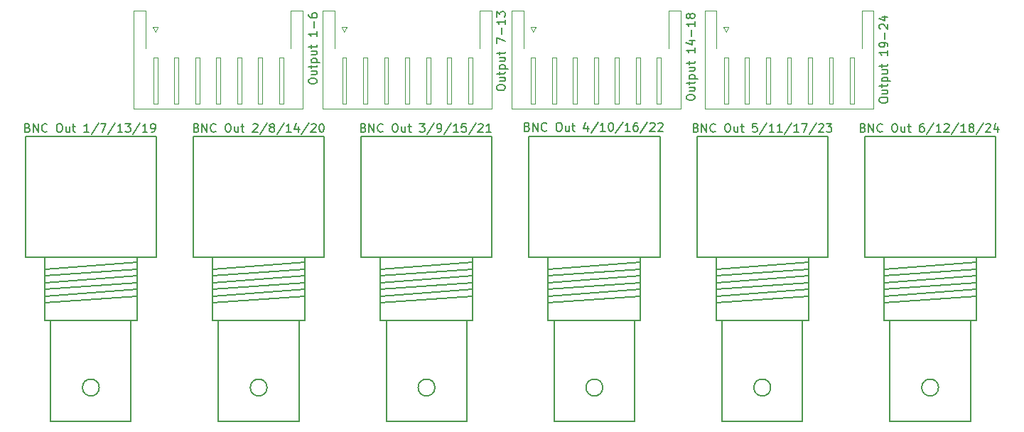
<source format=gbr>
%TF.GenerationSoftware,KiCad,Pcbnew,7.0.8*%
%TF.CreationDate,2024-02-11T23:31:29+01:00*%
%TF.ProjectId,BlankingRelay_Top1,426c616e-6b69-46e6-9752-656c61795f54,rev?*%
%TF.SameCoordinates,Original*%
%TF.FileFunction,Legend,Top*%
%TF.FilePolarity,Positive*%
%FSLAX46Y46*%
G04 Gerber Fmt 4.6, Leading zero omitted, Abs format (unit mm)*
G04 Created by KiCad (PCBNEW 7.0.8) date 2024-02-11 23:31:29*
%MOMM*%
%LPD*%
G01*
G04 APERTURE LIST*
%ADD10C,0.150000*%
%ADD11C,0.120000*%
G04 APERTURE END LIST*
D10*
X153754819Y-66228571D02*
X153754819Y-66038095D01*
X153754819Y-66038095D02*
X153802438Y-65942857D01*
X153802438Y-65942857D02*
X153897676Y-65847619D01*
X153897676Y-65847619D02*
X154088152Y-65800000D01*
X154088152Y-65800000D02*
X154421485Y-65800000D01*
X154421485Y-65800000D02*
X154611961Y-65847619D01*
X154611961Y-65847619D02*
X154707200Y-65942857D01*
X154707200Y-65942857D02*
X154754819Y-66038095D01*
X154754819Y-66038095D02*
X154754819Y-66228571D01*
X154754819Y-66228571D02*
X154707200Y-66323809D01*
X154707200Y-66323809D02*
X154611961Y-66419047D01*
X154611961Y-66419047D02*
X154421485Y-66466666D01*
X154421485Y-66466666D02*
X154088152Y-66466666D01*
X154088152Y-66466666D02*
X153897676Y-66419047D01*
X153897676Y-66419047D02*
X153802438Y-66323809D01*
X153802438Y-66323809D02*
X153754819Y-66228571D01*
X154088152Y-64942857D02*
X154754819Y-64942857D01*
X154088152Y-65371428D02*
X154611961Y-65371428D01*
X154611961Y-65371428D02*
X154707200Y-65323809D01*
X154707200Y-65323809D02*
X154754819Y-65228571D01*
X154754819Y-65228571D02*
X154754819Y-65085714D01*
X154754819Y-65085714D02*
X154707200Y-64990476D01*
X154707200Y-64990476D02*
X154659580Y-64942857D01*
X154088152Y-64609523D02*
X154088152Y-64228571D01*
X153754819Y-64466666D02*
X154611961Y-64466666D01*
X154611961Y-64466666D02*
X154707200Y-64419047D01*
X154707200Y-64419047D02*
X154754819Y-64323809D01*
X154754819Y-64323809D02*
X154754819Y-64228571D01*
X154088152Y-63895237D02*
X155088152Y-63895237D01*
X154135771Y-63895237D02*
X154088152Y-63799999D01*
X154088152Y-63799999D02*
X154088152Y-63609523D01*
X154088152Y-63609523D02*
X154135771Y-63514285D01*
X154135771Y-63514285D02*
X154183390Y-63466666D01*
X154183390Y-63466666D02*
X154278628Y-63419047D01*
X154278628Y-63419047D02*
X154564342Y-63419047D01*
X154564342Y-63419047D02*
X154659580Y-63466666D01*
X154659580Y-63466666D02*
X154707200Y-63514285D01*
X154707200Y-63514285D02*
X154754819Y-63609523D01*
X154754819Y-63609523D02*
X154754819Y-63799999D01*
X154754819Y-63799999D02*
X154707200Y-63895237D01*
X154088152Y-62561904D02*
X154754819Y-62561904D01*
X154088152Y-62990475D02*
X154611961Y-62990475D01*
X154611961Y-62990475D02*
X154707200Y-62942856D01*
X154707200Y-62942856D02*
X154754819Y-62847618D01*
X154754819Y-62847618D02*
X154754819Y-62704761D01*
X154754819Y-62704761D02*
X154707200Y-62609523D01*
X154707200Y-62609523D02*
X154659580Y-62561904D01*
X154088152Y-62228570D02*
X154088152Y-61847618D01*
X153754819Y-62085713D02*
X154611961Y-62085713D01*
X154611961Y-62085713D02*
X154707200Y-62038094D01*
X154707200Y-62038094D02*
X154754819Y-61942856D01*
X154754819Y-61942856D02*
X154754819Y-61847618D01*
X154754819Y-60228570D02*
X154754819Y-60799998D01*
X154754819Y-60514284D02*
X153754819Y-60514284D01*
X153754819Y-60514284D02*
X153897676Y-60609522D01*
X153897676Y-60609522D02*
X153992914Y-60704760D01*
X153992914Y-60704760D02*
X154040533Y-60799998D01*
X154754819Y-59752379D02*
X154754819Y-59561903D01*
X154754819Y-59561903D02*
X154707200Y-59466665D01*
X154707200Y-59466665D02*
X154659580Y-59419046D01*
X154659580Y-59419046D02*
X154516723Y-59323808D01*
X154516723Y-59323808D02*
X154326247Y-59276189D01*
X154326247Y-59276189D02*
X153945295Y-59276189D01*
X153945295Y-59276189D02*
X153850057Y-59323808D01*
X153850057Y-59323808D02*
X153802438Y-59371427D01*
X153802438Y-59371427D02*
X153754819Y-59466665D01*
X153754819Y-59466665D02*
X153754819Y-59657141D01*
X153754819Y-59657141D02*
X153802438Y-59752379D01*
X153802438Y-59752379D02*
X153850057Y-59799998D01*
X153850057Y-59799998D02*
X153945295Y-59847617D01*
X153945295Y-59847617D02*
X154183390Y-59847617D01*
X154183390Y-59847617D02*
X154278628Y-59799998D01*
X154278628Y-59799998D02*
X154326247Y-59752379D01*
X154326247Y-59752379D02*
X154373866Y-59657141D01*
X154373866Y-59657141D02*
X154373866Y-59466665D01*
X154373866Y-59466665D02*
X154326247Y-59371427D01*
X154326247Y-59371427D02*
X154278628Y-59323808D01*
X154278628Y-59323808D02*
X154183390Y-59276189D01*
X154373866Y-58847617D02*
X154373866Y-58085713D01*
X153850057Y-57657141D02*
X153802438Y-57609522D01*
X153802438Y-57609522D02*
X153754819Y-57514284D01*
X153754819Y-57514284D02*
X153754819Y-57276189D01*
X153754819Y-57276189D02*
X153802438Y-57180951D01*
X153802438Y-57180951D02*
X153850057Y-57133332D01*
X153850057Y-57133332D02*
X153945295Y-57085713D01*
X153945295Y-57085713D02*
X154040533Y-57085713D01*
X154040533Y-57085713D02*
X154183390Y-57133332D01*
X154183390Y-57133332D02*
X154754819Y-57704760D01*
X154754819Y-57704760D02*
X154754819Y-57085713D01*
X154088152Y-56228570D02*
X154754819Y-56228570D01*
X153707200Y-56466665D02*
X154421485Y-56704760D01*
X154421485Y-56704760D02*
X154421485Y-56085713D01*
X130754819Y-65928571D02*
X130754819Y-65738095D01*
X130754819Y-65738095D02*
X130802438Y-65642857D01*
X130802438Y-65642857D02*
X130897676Y-65547619D01*
X130897676Y-65547619D02*
X131088152Y-65500000D01*
X131088152Y-65500000D02*
X131421485Y-65500000D01*
X131421485Y-65500000D02*
X131611961Y-65547619D01*
X131611961Y-65547619D02*
X131707200Y-65642857D01*
X131707200Y-65642857D02*
X131754819Y-65738095D01*
X131754819Y-65738095D02*
X131754819Y-65928571D01*
X131754819Y-65928571D02*
X131707200Y-66023809D01*
X131707200Y-66023809D02*
X131611961Y-66119047D01*
X131611961Y-66119047D02*
X131421485Y-66166666D01*
X131421485Y-66166666D02*
X131088152Y-66166666D01*
X131088152Y-66166666D02*
X130897676Y-66119047D01*
X130897676Y-66119047D02*
X130802438Y-66023809D01*
X130802438Y-66023809D02*
X130754819Y-65928571D01*
X131088152Y-64642857D02*
X131754819Y-64642857D01*
X131088152Y-65071428D02*
X131611961Y-65071428D01*
X131611961Y-65071428D02*
X131707200Y-65023809D01*
X131707200Y-65023809D02*
X131754819Y-64928571D01*
X131754819Y-64928571D02*
X131754819Y-64785714D01*
X131754819Y-64785714D02*
X131707200Y-64690476D01*
X131707200Y-64690476D02*
X131659580Y-64642857D01*
X131088152Y-64309523D02*
X131088152Y-63928571D01*
X130754819Y-64166666D02*
X131611961Y-64166666D01*
X131611961Y-64166666D02*
X131707200Y-64119047D01*
X131707200Y-64119047D02*
X131754819Y-64023809D01*
X131754819Y-64023809D02*
X131754819Y-63928571D01*
X131088152Y-63595237D02*
X132088152Y-63595237D01*
X131135771Y-63595237D02*
X131088152Y-63499999D01*
X131088152Y-63499999D02*
X131088152Y-63309523D01*
X131088152Y-63309523D02*
X131135771Y-63214285D01*
X131135771Y-63214285D02*
X131183390Y-63166666D01*
X131183390Y-63166666D02*
X131278628Y-63119047D01*
X131278628Y-63119047D02*
X131564342Y-63119047D01*
X131564342Y-63119047D02*
X131659580Y-63166666D01*
X131659580Y-63166666D02*
X131707200Y-63214285D01*
X131707200Y-63214285D02*
X131754819Y-63309523D01*
X131754819Y-63309523D02*
X131754819Y-63499999D01*
X131754819Y-63499999D02*
X131707200Y-63595237D01*
X131088152Y-62261904D02*
X131754819Y-62261904D01*
X131088152Y-62690475D02*
X131611961Y-62690475D01*
X131611961Y-62690475D02*
X131707200Y-62642856D01*
X131707200Y-62642856D02*
X131754819Y-62547618D01*
X131754819Y-62547618D02*
X131754819Y-62404761D01*
X131754819Y-62404761D02*
X131707200Y-62309523D01*
X131707200Y-62309523D02*
X131659580Y-62261904D01*
X131088152Y-61928570D02*
X131088152Y-61547618D01*
X130754819Y-61785713D02*
X131611961Y-61785713D01*
X131611961Y-61785713D02*
X131707200Y-61738094D01*
X131707200Y-61738094D02*
X131754819Y-61642856D01*
X131754819Y-61642856D02*
X131754819Y-61547618D01*
X131754819Y-59928570D02*
X131754819Y-60499998D01*
X131754819Y-60214284D02*
X130754819Y-60214284D01*
X130754819Y-60214284D02*
X130897676Y-60309522D01*
X130897676Y-60309522D02*
X130992914Y-60404760D01*
X130992914Y-60404760D02*
X131040533Y-60499998D01*
X131088152Y-59071427D02*
X131754819Y-59071427D01*
X130707200Y-59309522D02*
X131421485Y-59547617D01*
X131421485Y-59547617D02*
X131421485Y-58928570D01*
X131373866Y-58547617D02*
X131373866Y-57785713D01*
X131754819Y-56785713D02*
X131754819Y-57357141D01*
X131754819Y-57071427D02*
X130754819Y-57071427D01*
X130754819Y-57071427D02*
X130897676Y-57166665D01*
X130897676Y-57166665D02*
X130992914Y-57261903D01*
X130992914Y-57261903D02*
X131040533Y-57357141D01*
X131183390Y-56214284D02*
X131135771Y-56309522D01*
X131135771Y-56309522D02*
X131088152Y-56357141D01*
X131088152Y-56357141D02*
X130992914Y-56404760D01*
X130992914Y-56404760D02*
X130945295Y-56404760D01*
X130945295Y-56404760D02*
X130850057Y-56357141D01*
X130850057Y-56357141D02*
X130802438Y-56309522D01*
X130802438Y-56309522D02*
X130754819Y-56214284D01*
X130754819Y-56214284D02*
X130754819Y-56023808D01*
X130754819Y-56023808D02*
X130802438Y-55928570D01*
X130802438Y-55928570D02*
X130850057Y-55880951D01*
X130850057Y-55880951D02*
X130945295Y-55833332D01*
X130945295Y-55833332D02*
X130992914Y-55833332D01*
X130992914Y-55833332D02*
X131088152Y-55880951D01*
X131088152Y-55880951D02*
X131135771Y-55928570D01*
X131135771Y-55928570D02*
X131183390Y-56023808D01*
X131183390Y-56023808D02*
X131183390Y-56214284D01*
X131183390Y-56214284D02*
X131231009Y-56309522D01*
X131231009Y-56309522D02*
X131278628Y-56357141D01*
X131278628Y-56357141D02*
X131373866Y-56404760D01*
X131373866Y-56404760D02*
X131564342Y-56404760D01*
X131564342Y-56404760D02*
X131659580Y-56357141D01*
X131659580Y-56357141D02*
X131707200Y-56309522D01*
X131707200Y-56309522D02*
X131754819Y-56214284D01*
X131754819Y-56214284D02*
X131754819Y-56023808D01*
X131754819Y-56023808D02*
X131707200Y-55928570D01*
X131707200Y-55928570D02*
X131659580Y-55880951D01*
X131659580Y-55880951D02*
X131564342Y-55833332D01*
X131564342Y-55833332D02*
X131373866Y-55833332D01*
X131373866Y-55833332D02*
X131278628Y-55880951D01*
X131278628Y-55880951D02*
X131231009Y-55928570D01*
X131231009Y-55928570D02*
X131183390Y-56023808D01*
X108154819Y-64752381D02*
X108154819Y-64561905D01*
X108154819Y-64561905D02*
X108202438Y-64466667D01*
X108202438Y-64466667D02*
X108297676Y-64371429D01*
X108297676Y-64371429D02*
X108488152Y-64323810D01*
X108488152Y-64323810D02*
X108821485Y-64323810D01*
X108821485Y-64323810D02*
X109011961Y-64371429D01*
X109011961Y-64371429D02*
X109107200Y-64466667D01*
X109107200Y-64466667D02*
X109154819Y-64561905D01*
X109154819Y-64561905D02*
X109154819Y-64752381D01*
X109154819Y-64752381D02*
X109107200Y-64847619D01*
X109107200Y-64847619D02*
X109011961Y-64942857D01*
X109011961Y-64942857D02*
X108821485Y-64990476D01*
X108821485Y-64990476D02*
X108488152Y-64990476D01*
X108488152Y-64990476D02*
X108297676Y-64942857D01*
X108297676Y-64942857D02*
X108202438Y-64847619D01*
X108202438Y-64847619D02*
X108154819Y-64752381D01*
X108488152Y-63466667D02*
X109154819Y-63466667D01*
X108488152Y-63895238D02*
X109011961Y-63895238D01*
X109011961Y-63895238D02*
X109107200Y-63847619D01*
X109107200Y-63847619D02*
X109154819Y-63752381D01*
X109154819Y-63752381D02*
X109154819Y-63609524D01*
X109154819Y-63609524D02*
X109107200Y-63514286D01*
X109107200Y-63514286D02*
X109059580Y-63466667D01*
X108488152Y-63133333D02*
X108488152Y-62752381D01*
X108154819Y-62990476D02*
X109011961Y-62990476D01*
X109011961Y-62990476D02*
X109107200Y-62942857D01*
X109107200Y-62942857D02*
X109154819Y-62847619D01*
X109154819Y-62847619D02*
X109154819Y-62752381D01*
X108488152Y-62419047D02*
X109488152Y-62419047D01*
X108535771Y-62419047D02*
X108488152Y-62323809D01*
X108488152Y-62323809D02*
X108488152Y-62133333D01*
X108488152Y-62133333D02*
X108535771Y-62038095D01*
X108535771Y-62038095D02*
X108583390Y-61990476D01*
X108583390Y-61990476D02*
X108678628Y-61942857D01*
X108678628Y-61942857D02*
X108964342Y-61942857D01*
X108964342Y-61942857D02*
X109059580Y-61990476D01*
X109059580Y-61990476D02*
X109107200Y-62038095D01*
X109107200Y-62038095D02*
X109154819Y-62133333D01*
X109154819Y-62133333D02*
X109154819Y-62323809D01*
X109154819Y-62323809D02*
X109107200Y-62419047D01*
X108488152Y-61085714D02*
X109154819Y-61085714D01*
X108488152Y-61514285D02*
X109011961Y-61514285D01*
X109011961Y-61514285D02*
X109107200Y-61466666D01*
X109107200Y-61466666D02*
X109154819Y-61371428D01*
X109154819Y-61371428D02*
X109154819Y-61228571D01*
X109154819Y-61228571D02*
X109107200Y-61133333D01*
X109107200Y-61133333D02*
X109059580Y-61085714D01*
X108488152Y-60752380D02*
X108488152Y-60371428D01*
X108154819Y-60609523D02*
X109011961Y-60609523D01*
X109011961Y-60609523D02*
X109107200Y-60561904D01*
X109107200Y-60561904D02*
X109154819Y-60466666D01*
X109154819Y-60466666D02*
X109154819Y-60371428D01*
X108154819Y-59371427D02*
X108154819Y-58704761D01*
X108154819Y-58704761D02*
X109154819Y-59133332D01*
X108773866Y-58323808D02*
X108773866Y-57561904D01*
X109154819Y-56561904D02*
X109154819Y-57133332D01*
X109154819Y-56847618D02*
X108154819Y-56847618D01*
X108154819Y-56847618D02*
X108297676Y-56942856D01*
X108297676Y-56942856D02*
X108392914Y-57038094D01*
X108392914Y-57038094D02*
X108440533Y-57133332D01*
X108154819Y-56228570D02*
X108154819Y-55609523D01*
X108154819Y-55609523D02*
X108535771Y-55942856D01*
X108535771Y-55942856D02*
X108535771Y-55799999D01*
X108535771Y-55799999D02*
X108583390Y-55704761D01*
X108583390Y-55704761D02*
X108631009Y-55657142D01*
X108631009Y-55657142D02*
X108726247Y-55609523D01*
X108726247Y-55609523D02*
X108964342Y-55609523D01*
X108964342Y-55609523D02*
X109059580Y-55657142D01*
X109059580Y-55657142D02*
X109107200Y-55704761D01*
X109107200Y-55704761D02*
X109154819Y-55799999D01*
X109154819Y-55799999D02*
X109154819Y-56085713D01*
X109154819Y-56085713D02*
X109107200Y-56180951D01*
X109107200Y-56180951D02*
X109059580Y-56228570D01*
X85754819Y-63976190D02*
X85754819Y-63785714D01*
X85754819Y-63785714D02*
X85802438Y-63690476D01*
X85802438Y-63690476D02*
X85897676Y-63595238D01*
X85897676Y-63595238D02*
X86088152Y-63547619D01*
X86088152Y-63547619D02*
X86421485Y-63547619D01*
X86421485Y-63547619D02*
X86611961Y-63595238D01*
X86611961Y-63595238D02*
X86707200Y-63690476D01*
X86707200Y-63690476D02*
X86754819Y-63785714D01*
X86754819Y-63785714D02*
X86754819Y-63976190D01*
X86754819Y-63976190D02*
X86707200Y-64071428D01*
X86707200Y-64071428D02*
X86611961Y-64166666D01*
X86611961Y-64166666D02*
X86421485Y-64214285D01*
X86421485Y-64214285D02*
X86088152Y-64214285D01*
X86088152Y-64214285D02*
X85897676Y-64166666D01*
X85897676Y-64166666D02*
X85802438Y-64071428D01*
X85802438Y-64071428D02*
X85754819Y-63976190D01*
X86088152Y-62690476D02*
X86754819Y-62690476D01*
X86088152Y-63119047D02*
X86611961Y-63119047D01*
X86611961Y-63119047D02*
X86707200Y-63071428D01*
X86707200Y-63071428D02*
X86754819Y-62976190D01*
X86754819Y-62976190D02*
X86754819Y-62833333D01*
X86754819Y-62833333D02*
X86707200Y-62738095D01*
X86707200Y-62738095D02*
X86659580Y-62690476D01*
X86088152Y-62357142D02*
X86088152Y-61976190D01*
X85754819Y-62214285D02*
X86611961Y-62214285D01*
X86611961Y-62214285D02*
X86707200Y-62166666D01*
X86707200Y-62166666D02*
X86754819Y-62071428D01*
X86754819Y-62071428D02*
X86754819Y-61976190D01*
X86088152Y-61642856D02*
X87088152Y-61642856D01*
X86135771Y-61642856D02*
X86088152Y-61547618D01*
X86088152Y-61547618D02*
X86088152Y-61357142D01*
X86088152Y-61357142D02*
X86135771Y-61261904D01*
X86135771Y-61261904D02*
X86183390Y-61214285D01*
X86183390Y-61214285D02*
X86278628Y-61166666D01*
X86278628Y-61166666D02*
X86564342Y-61166666D01*
X86564342Y-61166666D02*
X86659580Y-61214285D01*
X86659580Y-61214285D02*
X86707200Y-61261904D01*
X86707200Y-61261904D02*
X86754819Y-61357142D01*
X86754819Y-61357142D02*
X86754819Y-61547618D01*
X86754819Y-61547618D02*
X86707200Y-61642856D01*
X86088152Y-60309523D02*
X86754819Y-60309523D01*
X86088152Y-60738094D02*
X86611961Y-60738094D01*
X86611961Y-60738094D02*
X86707200Y-60690475D01*
X86707200Y-60690475D02*
X86754819Y-60595237D01*
X86754819Y-60595237D02*
X86754819Y-60452380D01*
X86754819Y-60452380D02*
X86707200Y-60357142D01*
X86707200Y-60357142D02*
X86659580Y-60309523D01*
X86088152Y-59976189D02*
X86088152Y-59595237D01*
X85754819Y-59833332D02*
X86611961Y-59833332D01*
X86611961Y-59833332D02*
X86707200Y-59785713D01*
X86707200Y-59785713D02*
X86754819Y-59690475D01*
X86754819Y-59690475D02*
X86754819Y-59595237D01*
X86754819Y-57976189D02*
X86754819Y-58547617D01*
X86754819Y-58261903D02*
X85754819Y-58261903D01*
X85754819Y-58261903D02*
X85897676Y-58357141D01*
X85897676Y-58357141D02*
X85992914Y-58452379D01*
X85992914Y-58452379D02*
X86040533Y-58547617D01*
X86373866Y-57547617D02*
X86373866Y-56785713D01*
X85754819Y-55880951D02*
X85754819Y-56071427D01*
X85754819Y-56071427D02*
X85802438Y-56166665D01*
X85802438Y-56166665D02*
X85850057Y-56214284D01*
X85850057Y-56214284D02*
X85992914Y-56309522D01*
X85992914Y-56309522D02*
X86183390Y-56357141D01*
X86183390Y-56357141D02*
X86564342Y-56357141D01*
X86564342Y-56357141D02*
X86659580Y-56309522D01*
X86659580Y-56309522D02*
X86707200Y-56261903D01*
X86707200Y-56261903D02*
X86754819Y-56166665D01*
X86754819Y-56166665D02*
X86754819Y-55976189D01*
X86754819Y-55976189D02*
X86707200Y-55880951D01*
X86707200Y-55880951D02*
X86659580Y-55833332D01*
X86659580Y-55833332D02*
X86564342Y-55785713D01*
X86564342Y-55785713D02*
X86326247Y-55785713D01*
X86326247Y-55785713D02*
X86231009Y-55833332D01*
X86231009Y-55833332D02*
X86183390Y-55880951D01*
X86183390Y-55880951D02*
X86135771Y-55976189D01*
X86135771Y-55976189D02*
X86135771Y-56166665D01*
X86135771Y-56166665D02*
X86183390Y-56261903D01*
X86183390Y-56261903D02*
X86231009Y-56309522D01*
X86231009Y-56309522D02*
X86326247Y-56357141D01*
X131919047Y-69431009D02*
X132061904Y-69478628D01*
X132061904Y-69478628D02*
X132109523Y-69526247D01*
X132109523Y-69526247D02*
X132157142Y-69621485D01*
X132157142Y-69621485D02*
X132157142Y-69764342D01*
X132157142Y-69764342D02*
X132109523Y-69859580D01*
X132109523Y-69859580D02*
X132061904Y-69907200D01*
X132061904Y-69907200D02*
X131966666Y-69954819D01*
X131966666Y-69954819D02*
X131585714Y-69954819D01*
X131585714Y-69954819D02*
X131585714Y-68954819D01*
X131585714Y-68954819D02*
X131919047Y-68954819D01*
X131919047Y-68954819D02*
X132014285Y-69002438D01*
X132014285Y-69002438D02*
X132061904Y-69050057D01*
X132061904Y-69050057D02*
X132109523Y-69145295D01*
X132109523Y-69145295D02*
X132109523Y-69240533D01*
X132109523Y-69240533D02*
X132061904Y-69335771D01*
X132061904Y-69335771D02*
X132014285Y-69383390D01*
X132014285Y-69383390D02*
X131919047Y-69431009D01*
X131919047Y-69431009D02*
X131585714Y-69431009D01*
X132585714Y-69954819D02*
X132585714Y-68954819D01*
X132585714Y-68954819D02*
X133157142Y-69954819D01*
X133157142Y-69954819D02*
X133157142Y-68954819D01*
X134204761Y-69859580D02*
X134157142Y-69907200D01*
X134157142Y-69907200D02*
X134014285Y-69954819D01*
X134014285Y-69954819D02*
X133919047Y-69954819D01*
X133919047Y-69954819D02*
X133776190Y-69907200D01*
X133776190Y-69907200D02*
X133680952Y-69811961D01*
X133680952Y-69811961D02*
X133633333Y-69716723D01*
X133633333Y-69716723D02*
X133585714Y-69526247D01*
X133585714Y-69526247D02*
X133585714Y-69383390D01*
X133585714Y-69383390D02*
X133633333Y-69192914D01*
X133633333Y-69192914D02*
X133680952Y-69097676D01*
X133680952Y-69097676D02*
X133776190Y-69002438D01*
X133776190Y-69002438D02*
X133919047Y-68954819D01*
X133919047Y-68954819D02*
X134014285Y-68954819D01*
X134014285Y-68954819D02*
X134157142Y-69002438D01*
X134157142Y-69002438D02*
X134204761Y-69050057D01*
X135585714Y-68954819D02*
X135776190Y-68954819D01*
X135776190Y-68954819D02*
X135871428Y-69002438D01*
X135871428Y-69002438D02*
X135966666Y-69097676D01*
X135966666Y-69097676D02*
X136014285Y-69288152D01*
X136014285Y-69288152D02*
X136014285Y-69621485D01*
X136014285Y-69621485D02*
X135966666Y-69811961D01*
X135966666Y-69811961D02*
X135871428Y-69907200D01*
X135871428Y-69907200D02*
X135776190Y-69954819D01*
X135776190Y-69954819D02*
X135585714Y-69954819D01*
X135585714Y-69954819D02*
X135490476Y-69907200D01*
X135490476Y-69907200D02*
X135395238Y-69811961D01*
X135395238Y-69811961D02*
X135347619Y-69621485D01*
X135347619Y-69621485D02*
X135347619Y-69288152D01*
X135347619Y-69288152D02*
X135395238Y-69097676D01*
X135395238Y-69097676D02*
X135490476Y-69002438D01*
X135490476Y-69002438D02*
X135585714Y-68954819D01*
X136871428Y-69288152D02*
X136871428Y-69954819D01*
X136442857Y-69288152D02*
X136442857Y-69811961D01*
X136442857Y-69811961D02*
X136490476Y-69907200D01*
X136490476Y-69907200D02*
X136585714Y-69954819D01*
X136585714Y-69954819D02*
X136728571Y-69954819D01*
X136728571Y-69954819D02*
X136823809Y-69907200D01*
X136823809Y-69907200D02*
X136871428Y-69859580D01*
X137204762Y-69288152D02*
X137585714Y-69288152D01*
X137347619Y-68954819D02*
X137347619Y-69811961D01*
X137347619Y-69811961D02*
X137395238Y-69907200D01*
X137395238Y-69907200D02*
X137490476Y-69954819D01*
X137490476Y-69954819D02*
X137585714Y-69954819D01*
X139157143Y-68954819D02*
X138680953Y-68954819D01*
X138680953Y-68954819D02*
X138633334Y-69431009D01*
X138633334Y-69431009D02*
X138680953Y-69383390D01*
X138680953Y-69383390D02*
X138776191Y-69335771D01*
X138776191Y-69335771D02*
X139014286Y-69335771D01*
X139014286Y-69335771D02*
X139109524Y-69383390D01*
X139109524Y-69383390D02*
X139157143Y-69431009D01*
X139157143Y-69431009D02*
X139204762Y-69526247D01*
X139204762Y-69526247D02*
X139204762Y-69764342D01*
X139204762Y-69764342D02*
X139157143Y-69859580D01*
X139157143Y-69859580D02*
X139109524Y-69907200D01*
X139109524Y-69907200D02*
X139014286Y-69954819D01*
X139014286Y-69954819D02*
X138776191Y-69954819D01*
X138776191Y-69954819D02*
X138680953Y-69907200D01*
X138680953Y-69907200D02*
X138633334Y-69859580D01*
X140347619Y-68907200D02*
X139490477Y-70192914D01*
X141204762Y-69954819D02*
X140633334Y-69954819D01*
X140919048Y-69954819D02*
X140919048Y-68954819D01*
X140919048Y-68954819D02*
X140823810Y-69097676D01*
X140823810Y-69097676D02*
X140728572Y-69192914D01*
X140728572Y-69192914D02*
X140633334Y-69240533D01*
X142157143Y-69954819D02*
X141585715Y-69954819D01*
X141871429Y-69954819D02*
X141871429Y-68954819D01*
X141871429Y-68954819D02*
X141776191Y-69097676D01*
X141776191Y-69097676D02*
X141680953Y-69192914D01*
X141680953Y-69192914D02*
X141585715Y-69240533D01*
X143300000Y-68907200D02*
X142442858Y-70192914D01*
X144157143Y-69954819D02*
X143585715Y-69954819D01*
X143871429Y-69954819D02*
X143871429Y-68954819D01*
X143871429Y-68954819D02*
X143776191Y-69097676D01*
X143776191Y-69097676D02*
X143680953Y-69192914D01*
X143680953Y-69192914D02*
X143585715Y-69240533D01*
X144490477Y-68954819D02*
X145157143Y-68954819D01*
X145157143Y-68954819D02*
X144728572Y-69954819D01*
X146252381Y-68907200D02*
X145395239Y-70192914D01*
X146538096Y-69050057D02*
X146585715Y-69002438D01*
X146585715Y-69002438D02*
X146680953Y-68954819D01*
X146680953Y-68954819D02*
X146919048Y-68954819D01*
X146919048Y-68954819D02*
X147014286Y-69002438D01*
X147014286Y-69002438D02*
X147061905Y-69050057D01*
X147061905Y-69050057D02*
X147109524Y-69145295D01*
X147109524Y-69145295D02*
X147109524Y-69240533D01*
X147109524Y-69240533D02*
X147061905Y-69383390D01*
X147061905Y-69383390D02*
X146490477Y-69954819D01*
X146490477Y-69954819D02*
X147109524Y-69954819D01*
X147442858Y-68954819D02*
X148061905Y-68954819D01*
X148061905Y-68954819D02*
X147728572Y-69335771D01*
X147728572Y-69335771D02*
X147871429Y-69335771D01*
X147871429Y-69335771D02*
X147966667Y-69383390D01*
X147966667Y-69383390D02*
X148014286Y-69431009D01*
X148014286Y-69431009D02*
X148061905Y-69526247D01*
X148061905Y-69526247D02*
X148061905Y-69764342D01*
X148061905Y-69764342D02*
X148014286Y-69859580D01*
X148014286Y-69859580D02*
X147966667Y-69907200D01*
X147966667Y-69907200D02*
X147871429Y-69954819D01*
X147871429Y-69954819D02*
X147585715Y-69954819D01*
X147585715Y-69954819D02*
X147490477Y-69907200D01*
X147490477Y-69907200D02*
X147442858Y-69859580D01*
X151819047Y-69431009D02*
X151961904Y-69478628D01*
X151961904Y-69478628D02*
X152009523Y-69526247D01*
X152009523Y-69526247D02*
X152057142Y-69621485D01*
X152057142Y-69621485D02*
X152057142Y-69764342D01*
X152057142Y-69764342D02*
X152009523Y-69859580D01*
X152009523Y-69859580D02*
X151961904Y-69907200D01*
X151961904Y-69907200D02*
X151866666Y-69954819D01*
X151866666Y-69954819D02*
X151485714Y-69954819D01*
X151485714Y-69954819D02*
X151485714Y-68954819D01*
X151485714Y-68954819D02*
X151819047Y-68954819D01*
X151819047Y-68954819D02*
X151914285Y-69002438D01*
X151914285Y-69002438D02*
X151961904Y-69050057D01*
X151961904Y-69050057D02*
X152009523Y-69145295D01*
X152009523Y-69145295D02*
X152009523Y-69240533D01*
X152009523Y-69240533D02*
X151961904Y-69335771D01*
X151961904Y-69335771D02*
X151914285Y-69383390D01*
X151914285Y-69383390D02*
X151819047Y-69431009D01*
X151819047Y-69431009D02*
X151485714Y-69431009D01*
X152485714Y-69954819D02*
X152485714Y-68954819D01*
X152485714Y-68954819D02*
X153057142Y-69954819D01*
X153057142Y-69954819D02*
X153057142Y-68954819D01*
X154104761Y-69859580D02*
X154057142Y-69907200D01*
X154057142Y-69907200D02*
X153914285Y-69954819D01*
X153914285Y-69954819D02*
X153819047Y-69954819D01*
X153819047Y-69954819D02*
X153676190Y-69907200D01*
X153676190Y-69907200D02*
X153580952Y-69811961D01*
X153580952Y-69811961D02*
X153533333Y-69716723D01*
X153533333Y-69716723D02*
X153485714Y-69526247D01*
X153485714Y-69526247D02*
X153485714Y-69383390D01*
X153485714Y-69383390D02*
X153533333Y-69192914D01*
X153533333Y-69192914D02*
X153580952Y-69097676D01*
X153580952Y-69097676D02*
X153676190Y-69002438D01*
X153676190Y-69002438D02*
X153819047Y-68954819D01*
X153819047Y-68954819D02*
X153914285Y-68954819D01*
X153914285Y-68954819D02*
X154057142Y-69002438D01*
X154057142Y-69002438D02*
X154104761Y-69050057D01*
X155485714Y-68954819D02*
X155676190Y-68954819D01*
X155676190Y-68954819D02*
X155771428Y-69002438D01*
X155771428Y-69002438D02*
X155866666Y-69097676D01*
X155866666Y-69097676D02*
X155914285Y-69288152D01*
X155914285Y-69288152D02*
X155914285Y-69621485D01*
X155914285Y-69621485D02*
X155866666Y-69811961D01*
X155866666Y-69811961D02*
X155771428Y-69907200D01*
X155771428Y-69907200D02*
X155676190Y-69954819D01*
X155676190Y-69954819D02*
X155485714Y-69954819D01*
X155485714Y-69954819D02*
X155390476Y-69907200D01*
X155390476Y-69907200D02*
X155295238Y-69811961D01*
X155295238Y-69811961D02*
X155247619Y-69621485D01*
X155247619Y-69621485D02*
X155247619Y-69288152D01*
X155247619Y-69288152D02*
X155295238Y-69097676D01*
X155295238Y-69097676D02*
X155390476Y-69002438D01*
X155390476Y-69002438D02*
X155485714Y-68954819D01*
X156771428Y-69288152D02*
X156771428Y-69954819D01*
X156342857Y-69288152D02*
X156342857Y-69811961D01*
X156342857Y-69811961D02*
X156390476Y-69907200D01*
X156390476Y-69907200D02*
X156485714Y-69954819D01*
X156485714Y-69954819D02*
X156628571Y-69954819D01*
X156628571Y-69954819D02*
X156723809Y-69907200D01*
X156723809Y-69907200D02*
X156771428Y-69859580D01*
X157104762Y-69288152D02*
X157485714Y-69288152D01*
X157247619Y-68954819D02*
X157247619Y-69811961D01*
X157247619Y-69811961D02*
X157295238Y-69907200D01*
X157295238Y-69907200D02*
X157390476Y-69954819D01*
X157390476Y-69954819D02*
X157485714Y-69954819D01*
X159009524Y-68954819D02*
X158819048Y-68954819D01*
X158819048Y-68954819D02*
X158723810Y-69002438D01*
X158723810Y-69002438D02*
X158676191Y-69050057D01*
X158676191Y-69050057D02*
X158580953Y-69192914D01*
X158580953Y-69192914D02*
X158533334Y-69383390D01*
X158533334Y-69383390D02*
X158533334Y-69764342D01*
X158533334Y-69764342D02*
X158580953Y-69859580D01*
X158580953Y-69859580D02*
X158628572Y-69907200D01*
X158628572Y-69907200D02*
X158723810Y-69954819D01*
X158723810Y-69954819D02*
X158914286Y-69954819D01*
X158914286Y-69954819D02*
X159009524Y-69907200D01*
X159009524Y-69907200D02*
X159057143Y-69859580D01*
X159057143Y-69859580D02*
X159104762Y-69764342D01*
X159104762Y-69764342D02*
X159104762Y-69526247D01*
X159104762Y-69526247D02*
X159057143Y-69431009D01*
X159057143Y-69431009D02*
X159009524Y-69383390D01*
X159009524Y-69383390D02*
X158914286Y-69335771D01*
X158914286Y-69335771D02*
X158723810Y-69335771D01*
X158723810Y-69335771D02*
X158628572Y-69383390D01*
X158628572Y-69383390D02*
X158580953Y-69431009D01*
X158580953Y-69431009D02*
X158533334Y-69526247D01*
X160247619Y-68907200D02*
X159390477Y-70192914D01*
X161104762Y-69954819D02*
X160533334Y-69954819D01*
X160819048Y-69954819D02*
X160819048Y-68954819D01*
X160819048Y-68954819D02*
X160723810Y-69097676D01*
X160723810Y-69097676D02*
X160628572Y-69192914D01*
X160628572Y-69192914D02*
X160533334Y-69240533D01*
X161485715Y-69050057D02*
X161533334Y-69002438D01*
X161533334Y-69002438D02*
X161628572Y-68954819D01*
X161628572Y-68954819D02*
X161866667Y-68954819D01*
X161866667Y-68954819D02*
X161961905Y-69002438D01*
X161961905Y-69002438D02*
X162009524Y-69050057D01*
X162009524Y-69050057D02*
X162057143Y-69145295D01*
X162057143Y-69145295D02*
X162057143Y-69240533D01*
X162057143Y-69240533D02*
X162009524Y-69383390D01*
X162009524Y-69383390D02*
X161438096Y-69954819D01*
X161438096Y-69954819D02*
X162057143Y-69954819D01*
X163200000Y-68907200D02*
X162342858Y-70192914D01*
X164057143Y-69954819D02*
X163485715Y-69954819D01*
X163771429Y-69954819D02*
X163771429Y-68954819D01*
X163771429Y-68954819D02*
X163676191Y-69097676D01*
X163676191Y-69097676D02*
X163580953Y-69192914D01*
X163580953Y-69192914D02*
X163485715Y-69240533D01*
X164628572Y-69383390D02*
X164533334Y-69335771D01*
X164533334Y-69335771D02*
X164485715Y-69288152D01*
X164485715Y-69288152D02*
X164438096Y-69192914D01*
X164438096Y-69192914D02*
X164438096Y-69145295D01*
X164438096Y-69145295D02*
X164485715Y-69050057D01*
X164485715Y-69050057D02*
X164533334Y-69002438D01*
X164533334Y-69002438D02*
X164628572Y-68954819D01*
X164628572Y-68954819D02*
X164819048Y-68954819D01*
X164819048Y-68954819D02*
X164914286Y-69002438D01*
X164914286Y-69002438D02*
X164961905Y-69050057D01*
X164961905Y-69050057D02*
X165009524Y-69145295D01*
X165009524Y-69145295D02*
X165009524Y-69192914D01*
X165009524Y-69192914D02*
X164961905Y-69288152D01*
X164961905Y-69288152D02*
X164914286Y-69335771D01*
X164914286Y-69335771D02*
X164819048Y-69383390D01*
X164819048Y-69383390D02*
X164628572Y-69383390D01*
X164628572Y-69383390D02*
X164533334Y-69431009D01*
X164533334Y-69431009D02*
X164485715Y-69478628D01*
X164485715Y-69478628D02*
X164438096Y-69573866D01*
X164438096Y-69573866D02*
X164438096Y-69764342D01*
X164438096Y-69764342D02*
X164485715Y-69859580D01*
X164485715Y-69859580D02*
X164533334Y-69907200D01*
X164533334Y-69907200D02*
X164628572Y-69954819D01*
X164628572Y-69954819D02*
X164819048Y-69954819D01*
X164819048Y-69954819D02*
X164914286Y-69907200D01*
X164914286Y-69907200D02*
X164961905Y-69859580D01*
X164961905Y-69859580D02*
X165009524Y-69764342D01*
X165009524Y-69764342D02*
X165009524Y-69573866D01*
X165009524Y-69573866D02*
X164961905Y-69478628D01*
X164961905Y-69478628D02*
X164914286Y-69431009D01*
X164914286Y-69431009D02*
X164819048Y-69383390D01*
X166152381Y-68907200D02*
X165295239Y-70192914D01*
X166438096Y-69050057D02*
X166485715Y-69002438D01*
X166485715Y-69002438D02*
X166580953Y-68954819D01*
X166580953Y-68954819D02*
X166819048Y-68954819D01*
X166819048Y-68954819D02*
X166914286Y-69002438D01*
X166914286Y-69002438D02*
X166961905Y-69050057D01*
X166961905Y-69050057D02*
X167009524Y-69145295D01*
X167009524Y-69145295D02*
X167009524Y-69240533D01*
X167009524Y-69240533D02*
X166961905Y-69383390D01*
X166961905Y-69383390D02*
X166390477Y-69954819D01*
X166390477Y-69954819D02*
X167009524Y-69954819D01*
X167866667Y-69288152D02*
X167866667Y-69954819D01*
X167628572Y-68907200D02*
X167390477Y-69621485D01*
X167390477Y-69621485D02*
X168009524Y-69621485D01*
X111819047Y-69331009D02*
X111961904Y-69378628D01*
X111961904Y-69378628D02*
X112009523Y-69426247D01*
X112009523Y-69426247D02*
X112057142Y-69521485D01*
X112057142Y-69521485D02*
X112057142Y-69664342D01*
X112057142Y-69664342D02*
X112009523Y-69759580D01*
X112009523Y-69759580D02*
X111961904Y-69807200D01*
X111961904Y-69807200D02*
X111866666Y-69854819D01*
X111866666Y-69854819D02*
X111485714Y-69854819D01*
X111485714Y-69854819D02*
X111485714Y-68854819D01*
X111485714Y-68854819D02*
X111819047Y-68854819D01*
X111819047Y-68854819D02*
X111914285Y-68902438D01*
X111914285Y-68902438D02*
X111961904Y-68950057D01*
X111961904Y-68950057D02*
X112009523Y-69045295D01*
X112009523Y-69045295D02*
X112009523Y-69140533D01*
X112009523Y-69140533D02*
X111961904Y-69235771D01*
X111961904Y-69235771D02*
X111914285Y-69283390D01*
X111914285Y-69283390D02*
X111819047Y-69331009D01*
X111819047Y-69331009D02*
X111485714Y-69331009D01*
X112485714Y-69854819D02*
X112485714Y-68854819D01*
X112485714Y-68854819D02*
X113057142Y-69854819D01*
X113057142Y-69854819D02*
X113057142Y-68854819D01*
X114104761Y-69759580D02*
X114057142Y-69807200D01*
X114057142Y-69807200D02*
X113914285Y-69854819D01*
X113914285Y-69854819D02*
X113819047Y-69854819D01*
X113819047Y-69854819D02*
X113676190Y-69807200D01*
X113676190Y-69807200D02*
X113580952Y-69711961D01*
X113580952Y-69711961D02*
X113533333Y-69616723D01*
X113533333Y-69616723D02*
X113485714Y-69426247D01*
X113485714Y-69426247D02*
X113485714Y-69283390D01*
X113485714Y-69283390D02*
X113533333Y-69092914D01*
X113533333Y-69092914D02*
X113580952Y-68997676D01*
X113580952Y-68997676D02*
X113676190Y-68902438D01*
X113676190Y-68902438D02*
X113819047Y-68854819D01*
X113819047Y-68854819D02*
X113914285Y-68854819D01*
X113914285Y-68854819D02*
X114057142Y-68902438D01*
X114057142Y-68902438D02*
X114104761Y-68950057D01*
X115485714Y-68854819D02*
X115676190Y-68854819D01*
X115676190Y-68854819D02*
X115771428Y-68902438D01*
X115771428Y-68902438D02*
X115866666Y-68997676D01*
X115866666Y-68997676D02*
X115914285Y-69188152D01*
X115914285Y-69188152D02*
X115914285Y-69521485D01*
X115914285Y-69521485D02*
X115866666Y-69711961D01*
X115866666Y-69711961D02*
X115771428Y-69807200D01*
X115771428Y-69807200D02*
X115676190Y-69854819D01*
X115676190Y-69854819D02*
X115485714Y-69854819D01*
X115485714Y-69854819D02*
X115390476Y-69807200D01*
X115390476Y-69807200D02*
X115295238Y-69711961D01*
X115295238Y-69711961D02*
X115247619Y-69521485D01*
X115247619Y-69521485D02*
X115247619Y-69188152D01*
X115247619Y-69188152D02*
X115295238Y-68997676D01*
X115295238Y-68997676D02*
X115390476Y-68902438D01*
X115390476Y-68902438D02*
X115485714Y-68854819D01*
X116771428Y-69188152D02*
X116771428Y-69854819D01*
X116342857Y-69188152D02*
X116342857Y-69711961D01*
X116342857Y-69711961D02*
X116390476Y-69807200D01*
X116390476Y-69807200D02*
X116485714Y-69854819D01*
X116485714Y-69854819D02*
X116628571Y-69854819D01*
X116628571Y-69854819D02*
X116723809Y-69807200D01*
X116723809Y-69807200D02*
X116771428Y-69759580D01*
X117104762Y-69188152D02*
X117485714Y-69188152D01*
X117247619Y-68854819D02*
X117247619Y-69711961D01*
X117247619Y-69711961D02*
X117295238Y-69807200D01*
X117295238Y-69807200D02*
X117390476Y-69854819D01*
X117390476Y-69854819D02*
X117485714Y-69854819D01*
X119009524Y-69188152D02*
X119009524Y-69854819D01*
X118771429Y-68807200D02*
X118533334Y-69521485D01*
X118533334Y-69521485D02*
X119152381Y-69521485D01*
X120247619Y-68807200D02*
X119390477Y-70092914D01*
X121104762Y-69854819D02*
X120533334Y-69854819D01*
X120819048Y-69854819D02*
X120819048Y-68854819D01*
X120819048Y-68854819D02*
X120723810Y-68997676D01*
X120723810Y-68997676D02*
X120628572Y-69092914D01*
X120628572Y-69092914D02*
X120533334Y-69140533D01*
X121723810Y-68854819D02*
X121819048Y-68854819D01*
X121819048Y-68854819D02*
X121914286Y-68902438D01*
X121914286Y-68902438D02*
X121961905Y-68950057D01*
X121961905Y-68950057D02*
X122009524Y-69045295D01*
X122009524Y-69045295D02*
X122057143Y-69235771D01*
X122057143Y-69235771D02*
X122057143Y-69473866D01*
X122057143Y-69473866D02*
X122009524Y-69664342D01*
X122009524Y-69664342D02*
X121961905Y-69759580D01*
X121961905Y-69759580D02*
X121914286Y-69807200D01*
X121914286Y-69807200D02*
X121819048Y-69854819D01*
X121819048Y-69854819D02*
X121723810Y-69854819D01*
X121723810Y-69854819D02*
X121628572Y-69807200D01*
X121628572Y-69807200D02*
X121580953Y-69759580D01*
X121580953Y-69759580D02*
X121533334Y-69664342D01*
X121533334Y-69664342D02*
X121485715Y-69473866D01*
X121485715Y-69473866D02*
X121485715Y-69235771D01*
X121485715Y-69235771D02*
X121533334Y-69045295D01*
X121533334Y-69045295D02*
X121580953Y-68950057D01*
X121580953Y-68950057D02*
X121628572Y-68902438D01*
X121628572Y-68902438D02*
X121723810Y-68854819D01*
X123200000Y-68807200D02*
X122342858Y-70092914D01*
X124057143Y-69854819D02*
X123485715Y-69854819D01*
X123771429Y-69854819D02*
X123771429Y-68854819D01*
X123771429Y-68854819D02*
X123676191Y-68997676D01*
X123676191Y-68997676D02*
X123580953Y-69092914D01*
X123580953Y-69092914D02*
X123485715Y-69140533D01*
X124914286Y-68854819D02*
X124723810Y-68854819D01*
X124723810Y-68854819D02*
X124628572Y-68902438D01*
X124628572Y-68902438D02*
X124580953Y-68950057D01*
X124580953Y-68950057D02*
X124485715Y-69092914D01*
X124485715Y-69092914D02*
X124438096Y-69283390D01*
X124438096Y-69283390D02*
X124438096Y-69664342D01*
X124438096Y-69664342D02*
X124485715Y-69759580D01*
X124485715Y-69759580D02*
X124533334Y-69807200D01*
X124533334Y-69807200D02*
X124628572Y-69854819D01*
X124628572Y-69854819D02*
X124819048Y-69854819D01*
X124819048Y-69854819D02*
X124914286Y-69807200D01*
X124914286Y-69807200D02*
X124961905Y-69759580D01*
X124961905Y-69759580D02*
X125009524Y-69664342D01*
X125009524Y-69664342D02*
X125009524Y-69426247D01*
X125009524Y-69426247D02*
X124961905Y-69331009D01*
X124961905Y-69331009D02*
X124914286Y-69283390D01*
X124914286Y-69283390D02*
X124819048Y-69235771D01*
X124819048Y-69235771D02*
X124628572Y-69235771D01*
X124628572Y-69235771D02*
X124533334Y-69283390D01*
X124533334Y-69283390D02*
X124485715Y-69331009D01*
X124485715Y-69331009D02*
X124438096Y-69426247D01*
X126152381Y-68807200D02*
X125295239Y-70092914D01*
X126438096Y-68950057D02*
X126485715Y-68902438D01*
X126485715Y-68902438D02*
X126580953Y-68854819D01*
X126580953Y-68854819D02*
X126819048Y-68854819D01*
X126819048Y-68854819D02*
X126914286Y-68902438D01*
X126914286Y-68902438D02*
X126961905Y-68950057D01*
X126961905Y-68950057D02*
X127009524Y-69045295D01*
X127009524Y-69045295D02*
X127009524Y-69140533D01*
X127009524Y-69140533D02*
X126961905Y-69283390D01*
X126961905Y-69283390D02*
X126390477Y-69854819D01*
X126390477Y-69854819D02*
X127009524Y-69854819D01*
X127390477Y-68950057D02*
X127438096Y-68902438D01*
X127438096Y-68902438D02*
X127533334Y-68854819D01*
X127533334Y-68854819D02*
X127771429Y-68854819D01*
X127771429Y-68854819D02*
X127866667Y-68902438D01*
X127866667Y-68902438D02*
X127914286Y-68950057D01*
X127914286Y-68950057D02*
X127961905Y-69045295D01*
X127961905Y-69045295D02*
X127961905Y-69140533D01*
X127961905Y-69140533D02*
X127914286Y-69283390D01*
X127914286Y-69283390D02*
X127342858Y-69854819D01*
X127342858Y-69854819D02*
X127961905Y-69854819D01*
X72395237Y-69431009D02*
X72538094Y-69478628D01*
X72538094Y-69478628D02*
X72585713Y-69526247D01*
X72585713Y-69526247D02*
X72633332Y-69621485D01*
X72633332Y-69621485D02*
X72633332Y-69764342D01*
X72633332Y-69764342D02*
X72585713Y-69859580D01*
X72585713Y-69859580D02*
X72538094Y-69907200D01*
X72538094Y-69907200D02*
X72442856Y-69954819D01*
X72442856Y-69954819D02*
X72061904Y-69954819D01*
X72061904Y-69954819D02*
X72061904Y-68954819D01*
X72061904Y-68954819D02*
X72395237Y-68954819D01*
X72395237Y-68954819D02*
X72490475Y-69002438D01*
X72490475Y-69002438D02*
X72538094Y-69050057D01*
X72538094Y-69050057D02*
X72585713Y-69145295D01*
X72585713Y-69145295D02*
X72585713Y-69240533D01*
X72585713Y-69240533D02*
X72538094Y-69335771D01*
X72538094Y-69335771D02*
X72490475Y-69383390D01*
X72490475Y-69383390D02*
X72395237Y-69431009D01*
X72395237Y-69431009D02*
X72061904Y-69431009D01*
X73061904Y-69954819D02*
X73061904Y-68954819D01*
X73061904Y-68954819D02*
X73633332Y-69954819D01*
X73633332Y-69954819D02*
X73633332Y-68954819D01*
X74680951Y-69859580D02*
X74633332Y-69907200D01*
X74633332Y-69907200D02*
X74490475Y-69954819D01*
X74490475Y-69954819D02*
X74395237Y-69954819D01*
X74395237Y-69954819D02*
X74252380Y-69907200D01*
X74252380Y-69907200D02*
X74157142Y-69811961D01*
X74157142Y-69811961D02*
X74109523Y-69716723D01*
X74109523Y-69716723D02*
X74061904Y-69526247D01*
X74061904Y-69526247D02*
X74061904Y-69383390D01*
X74061904Y-69383390D02*
X74109523Y-69192914D01*
X74109523Y-69192914D02*
X74157142Y-69097676D01*
X74157142Y-69097676D02*
X74252380Y-69002438D01*
X74252380Y-69002438D02*
X74395237Y-68954819D01*
X74395237Y-68954819D02*
X74490475Y-68954819D01*
X74490475Y-68954819D02*
X74633332Y-69002438D01*
X74633332Y-69002438D02*
X74680951Y-69050057D01*
X76061904Y-68954819D02*
X76252380Y-68954819D01*
X76252380Y-68954819D02*
X76347618Y-69002438D01*
X76347618Y-69002438D02*
X76442856Y-69097676D01*
X76442856Y-69097676D02*
X76490475Y-69288152D01*
X76490475Y-69288152D02*
X76490475Y-69621485D01*
X76490475Y-69621485D02*
X76442856Y-69811961D01*
X76442856Y-69811961D02*
X76347618Y-69907200D01*
X76347618Y-69907200D02*
X76252380Y-69954819D01*
X76252380Y-69954819D02*
X76061904Y-69954819D01*
X76061904Y-69954819D02*
X75966666Y-69907200D01*
X75966666Y-69907200D02*
X75871428Y-69811961D01*
X75871428Y-69811961D02*
X75823809Y-69621485D01*
X75823809Y-69621485D02*
X75823809Y-69288152D01*
X75823809Y-69288152D02*
X75871428Y-69097676D01*
X75871428Y-69097676D02*
X75966666Y-69002438D01*
X75966666Y-69002438D02*
X76061904Y-68954819D01*
X77347618Y-69288152D02*
X77347618Y-69954819D01*
X76919047Y-69288152D02*
X76919047Y-69811961D01*
X76919047Y-69811961D02*
X76966666Y-69907200D01*
X76966666Y-69907200D02*
X77061904Y-69954819D01*
X77061904Y-69954819D02*
X77204761Y-69954819D01*
X77204761Y-69954819D02*
X77299999Y-69907200D01*
X77299999Y-69907200D02*
X77347618Y-69859580D01*
X77680952Y-69288152D02*
X78061904Y-69288152D01*
X77823809Y-68954819D02*
X77823809Y-69811961D01*
X77823809Y-69811961D02*
X77871428Y-69907200D01*
X77871428Y-69907200D02*
X77966666Y-69954819D01*
X77966666Y-69954819D02*
X78061904Y-69954819D01*
X79109524Y-69050057D02*
X79157143Y-69002438D01*
X79157143Y-69002438D02*
X79252381Y-68954819D01*
X79252381Y-68954819D02*
X79490476Y-68954819D01*
X79490476Y-68954819D02*
X79585714Y-69002438D01*
X79585714Y-69002438D02*
X79633333Y-69050057D01*
X79633333Y-69050057D02*
X79680952Y-69145295D01*
X79680952Y-69145295D02*
X79680952Y-69240533D01*
X79680952Y-69240533D02*
X79633333Y-69383390D01*
X79633333Y-69383390D02*
X79061905Y-69954819D01*
X79061905Y-69954819D02*
X79680952Y-69954819D01*
X80823809Y-68907200D02*
X79966667Y-70192914D01*
X81300000Y-69383390D02*
X81204762Y-69335771D01*
X81204762Y-69335771D02*
X81157143Y-69288152D01*
X81157143Y-69288152D02*
X81109524Y-69192914D01*
X81109524Y-69192914D02*
X81109524Y-69145295D01*
X81109524Y-69145295D02*
X81157143Y-69050057D01*
X81157143Y-69050057D02*
X81204762Y-69002438D01*
X81204762Y-69002438D02*
X81300000Y-68954819D01*
X81300000Y-68954819D02*
X81490476Y-68954819D01*
X81490476Y-68954819D02*
X81585714Y-69002438D01*
X81585714Y-69002438D02*
X81633333Y-69050057D01*
X81633333Y-69050057D02*
X81680952Y-69145295D01*
X81680952Y-69145295D02*
X81680952Y-69192914D01*
X81680952Y-69192914D02*
X81633333Y-69288152D01*
X81633333Y-69288152D02*
X81585714Y-69335771D01*
X81585714Y-69335771D02*
X81490476Y-69383390D01*
X81490476Y-69383390D02*
X81300000Y-69383390D01*
X81300000Y-69383390D02*
X81204762Y-69431009D01*
X81204762Y-69431009D02*
X81157143Y-69478628D01*
X81157143Y-69478628D02*
X81109524Y-69573866D01*
X81109524Y-69573866D02*
X81109524Y-69764342D01*
X81109524Y-69764342D02*
X81157143Y-69859580D01*
X81157143Y-69859580D02*
X81204762Y-69907200D01*
X81204762Y-69907200D02*
X81300000Y-69954819D01*
X81300000Y-69954819D02*
X81490476Y-69954819D01*
X81490476Y-69954819D02*
X81585714Y-69907200D01*
X81585714Y-69907200D02*
X81633333Y-69859580D01*
X81633333Y-69859580D02*
X81680952Y-69764342D01*
X81680952Y-69764342D02*
X81680952Y-69573866D01*
X81680952Y-69573866D02*
X81633333Y-69478628D01*
X81633333Y-69478628D02*
X81585714Y-69431009D01*
X81585714Y-69431009D02*
X81490476Y-69383390D01*
X82823809Y-68907200D02*
X81966667Y-70192914D01*
X83680952Y-69954819D02*
X83109524Y-69954819D01*
X83395238Y-69954819D02*
X83395238Y-68954819D01*
X83395238Y-68954819D02*
X83300000Y-69097676D01*
X83300000Y-69097676D02*
X83204762Y-69192914D01*
X83204762Y-69192914D02*
X83109524Y-69240533D01*
X84538095Y-69288152D02*
X84538095Y-69954819D01*
X84300000Y-68907200D02*
X84061905Y-69621485D01*
X84061905Y-69621485D02*
X84680952Y-69621485D01*
X85776190Y-68907200D02*
X84919048Y-70192914D01*
X86061905Y-69050057D02*
X86109524Y-69002438D01*
X86109524Y-69002438D02*
X86204762Y-68954819D01*
X86204762Y-68954819D02*
X86442857Y-68954819D01*
X86442857Y-68954819D02*
X86538095Y-69002438D01*
X86538095Y-69002438D02*
X86585714Y-69050057D01*
X86585714Y-69050057D02*
X86633333Y-69145295D01*
X86633333Y-69145295D02*
X86633333Y-69240533D01*
X86633333Y-69240533D02*
X86585714Y-69383390D01*
X86585714Y-69383390D02*
X86014286Y-69954819D01*
X86014286Y-69954819D02*
X86633333Y-69954819D01*
X87252381Y-68954819D02*
X87347619Y-68954819D01*
X87347619Y-68954819D02*
X87442857Y-69002438D01*
X87442857Y-69002438D02*
X87490476Y-69050057D01*
X87490476Y-69050057D02*
X87538095Y-69145295D01*
X87538095Y-69145295D02*
X87585714Y-69335771D01*
X87585714Y-69335771D02*
X87585714Y-69573866D01*
X87585714Y-69573866D02*
X87538095Y-69764342D01*
X87538095Y-69764342D02*
X87490476Y-69859580D01*
X87490476Y-69859580D02*
X87442857Y-69907200D01*
X87442857Y-69907200D02*
X87347619Y-69954819D01*
X87347619Y-69954819D02*
X87252381Y-69954819D01*
X87252381Y-69954819D02*
X87157143Y-69907200D01*
X87157143Y-69907200D02*
X87109524Y-69859580D01*
X87109524Y-69859580D02*
X87061905Y-69764342D01*
X87061905Y-69764342D02*
X87014286Y-69573866D01*
X87014286Y-69573866D02*
X87014286Y-69335771D01*
X87014286Y-69335771D02*
X87061905Y-69145295D01*
X87061905Y-69145295D02*
X87109524Y-69050057D01*
X87109524Y-69050057D02*
X87157143Y-69002438D01*
X87157143Y-69002438D02*
X87252381Y-68954819D01*
X92295237Y-69431009D02*
X92438094Y-69478628D01*
X92438094Y-69478628D02*
X92485713Y-69526247D01*
X92485713Y-69526247D02*
X92533332Y-69621485D01*
X92533332Y-69621485D02*
X92533332Y-69764342D01*
X92533332Y-69764342D02*
X92485713Y-69859580D01*
X92485713Y-69859580D02*
X92438094Y-69907200D01*
X92438094Y-69907200D02*
X92342856Y-69954819D01*
X92342856Y-69954819D02*
X91961904Y-69954819D01*
X91961904Y-69954819D02*
X91961904Y-68954819D01*
X91961904Y-68954819D02*
X92295237Y-68954819D01*
X92295237Y-68954819D02*
X92390475Y-69002438D01*
X92390475Y-69002438D02*
X92438094Y-69050057D01*
X92438094Y-69050057D02*
X92485713Y-69145295D01*
X92485713Y-69145295D02*
X92485713Y-69240533D01*
X92485713Y-69240533D02*
X92438094Y-69335771D01*
X92438094Y-69335771D02*
X92390475Y-69383390D01*
X92390475Y-69383390D02*
X92295237Y-69431009D01*
X92295237Y-69431009D02*
X91961904Y-69431009D01*
X92961904Y-69954819D02*
X92961904Y-68954819D01*
X92961904Y-68954819D02*
X93533332Y-69954819D01*
X93533332Y-69954819D02*
X93533332Y-68954819D01*
X94580951Y-69859580D02*
X94533332Y-69907200D01*
X94533332Y-69907200D02*
X94390475Y-69954819D01*
X94390475Y-69954819D02*
X94295237Y-69954819D01*
X94295237Y-69954819D02*
X94152380Y-69907200D01*
X94152380Y-69907200D02*
X94057142Y-69811961D01*
X94057142Y-69811961D02*
X94009523Y-69716723D01*
X94009523Y-69716723D02*
X93961904Y-69526247D01*
X93961904Y-69526247D02*
X93961904Y-69383390D01*
X93961904Y-69383390D02*
X94009523Y-69192914D01*
X94009523Y-69192914D02*
X94057142Y-69097676D01*
X94057142Y-69097676D02*
X94152380Y-69002438D01*
X94152380Y-69002438D02*
X94295237Y-68954819D01*
X94295237Y-68954819D02*
X94390475Y-68954819D01*
X94390475Y-68954819D02*
X94533332Y-69002438D01*
X94533332Y-69002438D02*
X94580951Y-69050057D01*
X95961904Y-68954819D02*
X96152380Y-68954819D01*
X96152380Y-68954819D02*
X96247618Y-69002438D01*
X96247618Y-69002438D02*
X96342856Y-69097676D01*
X96342856Y-69097676D02*
X96390475Y-69288152D01*
X96390475Y-69288152D02*
X96390475Y-69621485D01*
X96390475Y-69621485D02*
X96342856Y-69811961D01*
X96342856Y-69811961D02*
X96247618Y-69907200D01*
X96247618Y-69907200D02*
X96152380Y-69954819D01*
X96152380Y-69954819D02*
X95961904Y-69954819D01*
X95961904Y-69954819D02*
X95866666Y-69907200D01*
X95866666Y-69907200D02*
X95771428Y-69811961D01*
X95771428Y-69811961D02*
X95723809Y-69621485D01*
X95723809Y-69621485D02*
X95723809Y-69288152D01*
X95723809Y-69288152D02*
X95771428Y-69097676D01*
X95771428Y-69097676D02*
X95866666Y-69002438D01*
X95866666Y-69002438D02*
X95961904Y-68954819D01*
X97247618Y-69288152D02*
X97247618Y-69954819D01*
X96819047Y-69288152D02*
X96819047Y-69811961D01*
X96819047Y-69811961D02*
X96866666Y-69907200D01*
X96866666Y-69907200D02*
X96961904Y-69954819D01*
X96961904Y-69954819D02*
X97104761Y-69954819D01*
X97104761Y-69954819D02*
X97199999Y-69907200D01*
X97199999Y-69907200D02*
X97247618Y-69859580D01*
X97580952Y-69288152D02*
X97961904Y-69288152D01*
X97723809Y-68954819D02*
X97723809Y-69811961D01*
X97723809Y-69811961D02*
X97771428Y-69907200D01*
X97771428Y-69907200D02*
X97866666Y-69954819D01*
X97866666Y-69954819D02*
X97961904Y-69954819D01*
X98961905Y-68954819D02*
X99580952Y-68954819D01*
X99580952Y-68954819D02*
X99247619Y-69335771D01*
X99247619Y-69335771D02*
X99390476Y-69335771D01*
X99390476Y-69335771D02*
X99485714Y-69383390D01*
X99485714Y-69383390D02*
X99533333Y-69431009D01*
X99533333Y-69431009D02*
X99580952Y-69526247D01*
X99580952Y-69526247D02*
X99580952Y-69764342D01*
X99580952Y-69764342D02*
X99533333Y-69859580D01*
X99533333Y-69859580D02*
X99485714Y-69907200D01*
X99485714Y-69907200D02*
X99390476Y-69954819D01*
X99390476Y-69954819D02*
X99104762Y-69954819D01*
X99104762Y-69954819D02*
X99009524Y-69907200D01*
X99009524Y-69907200D02*
X98961905Y-69859580D01*
X100723809Y-68907200D02*
X99866667Y-70192914D01*
X101104762Y-69954819D02*
X101295238Y-69954819D01*
X101295238Y-69954819D02*
X101390476Y-69907200D01*
X101390476Y-69907200D02*
X101438095Y-69859580D01*
X101438095Y-69859580D02*
X101533333Y-69716723D01*
X101533333Y-69716723D02*
X101580952Y-69526247D01*
X101580952Y-69526247D02*
X101580952Y-69145295D01*
X101580952Y-69145295D02*
X101533333Y-69050057D01*
X101533333Y-69050057D02*
X101485714Y-69002438D01*
X101485714Y-69002438D02*
X101390476Y-68954819D01*
X101390476Y-68954819D02*
X101200000Y-68954819D01*
X101200000Y-68954819D02*
X101104762Y-69002438D01*
X101104762Y-69002438D02*
X101057143Y-69050057D01*
X101057143Y-69050057D02*
X101009524Y-69145295D01*
X101009524Y-69145295D02*
X101009524Y-69383390D01*
X101009524Y-69383390D02*
X101057143Y-69478628D01*
X101057143Y-69478628D02*
X101104762Y-69526247D01*
X101104762Y-69526247D02*
X101200000Y-69573866D01*
X101200000Y-69573866D02*
X101390476Y-69573866D01*
X101390476Y-69573866D02*
X101485714Y-69526247D01*
X101485714Y-69526247D02*
X101533333Y-69478628D01*
X101533333Y-69478628D02*
X101580952Y-69383390D01*
X102723809Y-68907200D02*
X101866667Y-70192914D01*
X103580952Y-69954819D02*
X103009524Y-69954819D01*
X103295238Y-69954819D02*
X103295238Y-68954819D01*
X103295238Y-68954819D02*
X103200000Y-69097676D01*
X103200000Y-69097676D02*
X103104762Y-69192914D01*
X103104762Y-69192914D02*
X103009524Y-69240533D01*
X104485714Y-68954819D02*
X104009524Y-68954819D01*
X104009524Y-68954819D02*
X103961905Y-69431009D01*
X103961905Y-69431009D02*
X104009524Y-69383390D01*
X104009524Y-69383390D02*
X104104762Y-69335771D01*
X104104762Y-69335771D02*
X104342857Y-69335771D01*
X104342857Y-69335771D02*
X104438095Y-69383390D01*
X104438095Y-69383390D02*
X104485714Y-69431009D01*
X104485714Y-69431009D02*
X104533333Y-69526247D01*
X104533333Y-69526247D02*
X104533333Y-69764342D01*
X104533333Y-69764342D02*
X104485714Y-69859580D01*
X104485714Y-69859580D02*
X104438095Y-69907200D01*
X104438095Y-69907200D02*
X104342857Y-69954819D01*
X104342857Y-69954819D02*
X104104762Y-69954819D01*
X104104762Y-69954819D02*
X104009524Y-69907200D01*
X104009524Y-69907200D02*
X103961905Y-69859580D01*
X105676190Y-68907200D02*
X104819048Y-70192914D01*
X105961905Y-69050057D02*
X106009524Y-69002438D01*
X106009524Y-69002438D02*
X106104762Y-68954819D01*
X106104762Y-68954819D02*
X106342857Y-68954819D01*
X106342857Y-68954819D02*
X106438095Y-69002438D01*
X106438095Y-69002438D02*
X106485714Y-69050057D01*
X106485714Y-69050057D02*
X106533333Y-69145295D01*
X106533333Y-69145295D02*
X106533333Y-69240533D01*
X106533333Y-69240533D02*
X106485714Y-69383390D01*
X106485714Y-69383390D02*
X105914286Y-69954819D01*
X105914286Y-69954819D02*
X106533333Y-69954819D01*
X107485714Y-69954819D02*
X106914286Y-69954819D01*
X107200000Y-69954819D02*
X107200000Y-68954819D01*
X107200000Y-68954819D02*
X107104762Y-69097676D01*
X107104762Y-69097676D02*
X107009524Y-69192914D01*
X107009524Y-69192914D02*
X106914286Y-69240533D01*
X52295237Y-69431009D02*
X52438094Y-69478628D01*
X52438094Y-69478628D02*
X52485713Y-69526247D01*
X52485713Y-69526247D02*
X52533332Y-69621485D01*
X52533332Y-69621485D02*
X52533332Y-69764342D01*
X52533332Y-69764342D02*
X52485713Y-69859580D01*
X52485713Y-69859580D02*
X52438094Y-69907200D01*
X52438094Y-69907200D02*
X52342856Y-69954819D01*
X52342856Y-69954819D02*
X51961904Y-69954819D01*
X51961904Y-69954819D02*
X51961904Y-68954819D01*
X51961904Y-68954819D02*
X52295237Y-68954819D01*
X52295237Y-68954819D02*
X52390475Y-69002438D01*
X52390475Y-69002438D02*
X52438094Y-69050057D01*
X52438094Y-69050057D02*
X52485713Y-69145295D01*
X52485713Y-69145295D02*
X52485713Y-69240533D01*
X52485713Y-69240533D02*
X52438094Y-69335771D01*
X52438094Y-69335771D02*
X52390475Y-69383390D01*
X52390475Y-69383390D02*
X52295237Y-69431009D01*
X52295237Y-69431009D02*
X51961904Y-69431009D01*
X52961904Y-69954819D02*
X52961904Y-68954819D01*
X52961904Y-68954819D02*
X53533332Y-69954819D01*
X53533332Y-69954819D02*
X53533332Y-68954819D01*
X54580951Y-69859580D02*
X54533332Y-69907200D01*
X54533332Y-69907200D02*
X54390475Y-69954819D01*
X54390475Y-69954819D02*
X54295237Y-69954819D01*
X54295237Y-69954819D02*
X54152380Y-69907200D01*
X54152380Y-69907200D02*
X54057142Y-69811961D01*
X54057142Y-69811961D02*
X54009523Y-69716723D01*
X54009523Y-69716723D02*
X53961904Y-69526247D01*
X53961904Y-69526247D02*
X53961904Y-69383390D01*
X53961904Y-69383390D02*
X54009523Y-69192914D01*
X54009523Y-69192914D02*
X54057142Y-69097676D01*
X54057142Y-69097676D02*
X54152380Y-69002438D01*
X54152380Y-69002438D02*
X54295237Y-68954819D01*
X54295237Y-68954819D02*
X54390475Y-68954819D01*
X54390475Y-68954819D02*
X54533332Y-69002438D01*
X54533332Y-69002438D02*
X54580951Y-69050057D01*
X55961904Y-68954819D02*
X56152380Y-68954819D01*
X56152380Y-68954819D02*
X56247618Y-69002438D01*
X56247618Y-69002438D02*
X56342856Y-69097676D01*
X56342856Y-69097676D02*
X56390475Y-69288152D01*
X56390475Y-69288152D02*
X56390475Y-69621485D01*
X56390475Y-69621485D02*
X56342856Y-69811961D01*
X56342856Y-69811961D02*
X56247618Y-69907200D01*
X56247618Y-69907200D02*
X56152380Y-69954819D01*
X56152380Y-69954819D02*
X55961904Y-69954819D01*
X55961904Y-69954819D02*
X55866666Y-69907200D01*
X55866666Y-69907200D02*
X55771428Y-69811961D01*
X55771428Y-69811961D02*
X55723809Y-69621485D01*
X55723809Y-69621485D02*
X55723809Y-69288152D01*
X55723809Y-69288152D02*
X55771428Y-69097676D01*
X55771428Y-69097676D02*
X55866666Y-69002438D01*
X55866666Y-69002438D02*
X55961904Y-68954819D01*
X57247618Y-69288152D02*
X57247618Y-69954819D01*
X56819047Y-69288152D02*
X56819047Y-69811961D01*
X56819047Y-69811961D02*
X56866666Y-69907200D01*
X56866666Y-69907200D02*
X56961904Y-69954819D01*
X56961904Y-69954819D02*
X57104761Y-69954819D01*
X57104761Y-69954819D02*
X57199999Y-69907200D01*
X57199999Y-69907200D02*
X57247618Y-69859580D01*
X57580952Y-69288152D02*
X57961904Y-69288152D01*
X57723809Y-68954819D02*
X57723809Y-69811961D01*
X57723809Y-69811961D02*
X57771428Y-69907200D01*
X57771428Y-69907200D02*
X57866666Y-69954819D01*
X57866666Y-69954819D02*
X57961904Y-69954819D01*
X59580952Y-69954819D02*
X59009524Y-69954819D01*
X59295238Y-69954819D02*
X59295238Y-68954819D01*
X59295238Y-68954819D02*
X59200000Y-69097676D01*
X59200000Y-69097676D02*
X59104762Y-69192914D01*
X59104762Y-69192914D02*
X59009524Y-69240533D01*
X60723809Y-68907200D02*
X59866667Y-70192914D01*
X60961905Y-68954819D02*
X61628571Y-68954819D01*
X61628571Y-68954819D02*
X61200000Y-69954819D01*
X62723809Y-68907200D02*
X61866667Y-70192914D01*
X63580952Y-69954819D02*
X63009524Y-69954819D01*
X63295238Y-69954819D02*
X63295238Y-68954819D01*
X63295238Y-68954819D02*
X63200000Y-69097676D01*
X63200000Y-69097676D02*
X63104762Y-69192914D01*
X63104762Y-69192914D02*
X63009524Y-69240533D01*
X63914286Y-68954819D02*
X64533333Y-68954819D01*
X64533333Y-68954819D02*
X64200000Y-69335771D01*
X64200000Y-69335771D02*
X64342857Y-69335771D01*
X64342857Y-69335771D02*
X64438095Y-69383390D01*
X64438095Y-69383390D02*
X64485714Y-69431009D01*
X64485714Y-69431009D02*
X64533333Y-69526247D01*
X64533333Y-69526247D02*
X64533333Y-69764342D01*
X64533333Y-69764342D02*
X64485714Y-69859580D01*
X64485714Y-69859580D02*
X64438095Y-69907200D01*
X64438095Y-69907200D02*
X64342857Y-69954819D01*
X64342857Y-69954819D02*
X64057143Y-69954819D01*
X64057143Y-69954819D02*
X63961905Y-69907200D01*
X63961905Y-69907200D02*
X63914286Y-69859580D01*
X65676190Y-68907200D02*
X64819048Y-70192914D01*
X66533333Y-69954819D02*
X65961905Y-69954819D01*
X66247619Y-69954819D02*
X66247619Y-68954819D01*
X66247619Y-68954819D02*
X66152381Y-69097676D01*
X66152381Y-69097676D02*
X66057143Y-69192914D01*
X66057143Y-69192914D02*
X65961905Y-69240533D01*
X67009524Y-69954819D02*
X67200000Y-69954819D01*
X67200000Y-69954819D02*
X67295238Y-69907200D01*
X67295238Y-69907200D02*
X67342857Y-69859580D01*
X67342857Y-69859580D02*
X67438095Y-69716723D01*
X67438095Y-69716723D02*
X67485714Y-69526247D01*
X67485714Y-69526247D02*
X67485714Y-69145295D01*
X67485714Y-69145295D02*
X67438095Y-69050057D01*
X67438095Y-69050057D02*
X67390476Y-69002438D01*
X67390476Y-69002438D02*
X67295238Y-68954819D01*
X67295238Y-68954819D02*
X67104762Y-68954819D01*
X67104762Y-68954819D02*
X67009524Y-69002438D01*
X67009524Y-69002438D02*
X66961905Y-69050057D01*
X66961905Y-69050057D02*
X66914286Y-69145295D01*
X66914286Y-69145295D02*
X66914286Y-69383390D01*
X66914286Y-69383390D02*
X66961905Y-69478628D01*
X66961905Y-69478628D02*
X67009524Y-69526247D01*
X67009524Y-69526247D02*
X67104762Y-69573866D01*
X67104762Y-69573866D02*
X67295238Y-69573866D01*
X67295238Y-69573866D02*
X67390476Y-69526247D01*
X67390476Y-69526247D02*
X67438095Y-69478628D01*
X67438095Y-69478628D02*
X67485714Y-69383390D01*
D11*
%TO.C,J10*%
X132940000Y-67210000D02*
X132940000Y-55490000D01*
X151640000Y-55490000D02*
X151640000Y-59990000D01*
X150250000Y-66600000D02*
X150750000Y-66600000D01*
X135500000Y-58000000D02*
X135200000Y-57400000D01*
X137750000Y-61100000D02*
X137750000Y-66600000D01*
X147750000Y-66600000D02*
X148250000Y-66600000D01*
X145750000Y-61100000D02*
X145250000Y-61100000D01*
X134360000Y-55490000D02*
X134360000Y-59990000D01*
X135800000Y-57400000D02*
X135500000Y-58000000D01*
X150250000Y-61100000D02*
X150250000Y-66600000D01*
X148250000Y-66600000D02*
X148250000Y-61100000D01*
X143250000Y-61100000D02*
X142750000Y-61100000D01*
X143000000Y-67210000D02*
X153060000Y-67210000D01*
X140250000Y-61100000D02*
X140250000Y-66600000D01*
X147750000Y-61100000D02*
X147750000Y-66600000D01*
X135250000Y-66600000D02*
X135750000Y-66600000D01*
X143000000Y-67210000D02*
X132940000Y-67210000D01*
X138250000Y-61100000D02*
X137750000Y-61100000D01*
X142750000Y-61100000D02*
X142750000Y-66600000D01*
X150750000Y-66600000D02*
X150750000Y-61100000D01*
X145750000Y-66600000D02*
X145750000Y-61100000D01*
X145250000Y-66600000D02*
X145750000Y-66600000D01*
X135200000Y-57400000D02*
X135800000Y-57400000D01*
X132940000Y-55490000D02*
X134360000Y-55490000D01*
X153060000Y-67210000D02*
X153060000Y-55490000D01*
X135750000Y-61100000D02*
X135250000Y-61100000D01*
X143250000Y-66600000D02*
X143250000Y-61100000D01*
X148250000Y-61100000D02*
X147750000Y-61100000D01*
X150750000Y-61100000D02*
X150250000Y-61100000D01*
X153060000Y-55490000D02*
X151640000Y-55490000D01*
X138250000Y-66600000D02*
X138250000Y-61100000D01*
X142750000Y-66600000D02*
X143250000Y-66600000D01*
X135750000Y-66600000D02*
X135750000Y-61100000D01*
X140750000Y-66600000D02*
X140750000Y-61100000D01*
X145250000Y-61100000D02*
X145250000Y-66600000D01*
X140750000Y-61100000D02*
X140250000Y-61100000D01*
X135250000Y-61100000D02*
X135250000Y-66600000D01*
X140250000Y-66600000D02*
X140750000Y-66600000D01*
X137750000Y-66600000D02*
X138250000Y-66600000D01*
%TO.C,J9*%
X109940000Y-67210000D02*
X109940000Y-55490000D01*
X128640000Y-55490000D02*
X128640000Y-59990000D01*
X127250000Y-66600000D02*
X127750000Y-66600000D01*
X112500000Y-58000000D02*
X112200000Y-57400000D01*
X114750000Y-61100000D02*
X114750000Y-66600000D01*
X124750000Y-66600000D02*
X125250000Y-66600000D01*
X122750000Y-61100000D02*
X122250000Y-61100000D01*
X111360000Y-55490000D02*
X111360000Y-59990000D01*
X112800000Y-57400000D02*
X112500000Y-58000000D01*
X127250000Y-61100000D02*
X127250000Y-66600000D01*
X125250000Y-66600000D02*
X125250000Y-61100000D01*
X120250000Y-61100000D02*
X119750000Y-61100000D01*
X120000000Y-67210000D02*
X130060000Y-67210000D01*
X117250000Y-61100000D02*
X117250000Y-66600000D01*
X124750000Y-61100000D02*
X124750000Y-66600000D01*
X112250000Y-66600000D02*
X112750000Y-66600000D01*
X120000000Y-67210000D02*
X109940000Y-67210000D01*
X115250000Y-61100000D02*
X114750000Y-61100000D01*
X119750000Y-61100000D02*
X119750000Y-66600000D01*
X127750000Y-66600000D02*
X127750000Y-61100000D01*
X122750000Y-66600000D02*
X122750000Y-61100000D01*
X122250000Y-66600000D02*
X122750000Y-66600000D01*
X112200000Y-57400000D02*
X112800000Y-57400000D01*
X109940000Y-55490000D02*
X111360000Y-55490000D01*
X130060000Y-67210000D02*
X130060000Y-55490000D01*
X112750000Y-61100000D02*
X112250000Y-61100000D01*
X120250000Y-66600000D02*
X120250000Y-61100000D01*
X125250000Y-61100000D02*
X124750000Y-61100000D01*
X127750000Y-61100000D02*
X127250000Y-61100000D01*
X130060000Y-55490000D02*
X128640000Y-55490000D01*
X115250000Y-66600000D02*
X115250000Y-61100000D01*
X119750000Y-66600000D02*
X120250000Y-66600000D01*
X112750000Y-66600000D02*
X112750000Y-61100000D01*
X117750000Y-66600000D02*
X117750000Y-61100000D01*
X122250000Y-61100000D02*
X122250000Y-66600000D01*
X117750000Y-61100000D02*
X117250000Y-61100000D01*
X112250000Y-61100000D02*
X112250000Y-66600000D01*
X117250000Y-66600000D02*
X117750000Y-66600000D01*
X114750000Y-66600000D02*
X115250000Y-66600000D01*
%TO.C,J8*%
X92250000Y-66600000D02*
X92750000Y-66600000D01*
X94750000Y-66600000D02*
X95250000Y-66600000D01*
X89750000Y-61100000D02*
X89750000Y-66600000D01*
X95250000Y-61100000D02*
X94750000Y-61100000D01*
X99750000Y-61100000D02*
X99750000Y-66600000D01*
X95250000Y-66600000D02*
X95250000Y-61100000D01*
X90250000Y-66600000D02*
X90250000Y-61100000D01*
X97250000Y-66600000D02*
X97750000Y-66600000D01*
X92750000Y-66600000D02*
X92750000Y-61100000D01*
X107560000Y-55490000D02*
X106140000Y-55490000D01*
X105250000Y-61100000D02*
X104750000Y-61100000D01*
X102750000Y-61100000D02*
X102250000Y-61100000D01*
X97750000Y-66600000D02*
X97750000Y-61100000D01*
X90250000Y-61100000D02*
X89750000Y-61100000D01*
X107560000Y-67210000D02*
X107560000Y-55490000D01*
X87440000Y-55490000D02*
X88860000Y-55490000D01*
X89700000Y-57400000D02*
X90300000Y-57400000D01*
X99750000Y-66600000D02*
X100250000Y-66600000D01*
X100250000Y-66600000D02*
X100250000Y-61100000D01*
X105250000Y-66600000D02*
X105250000Y-61100000D01*
X97250000Y-61100000D02*
X97250000Y-66600000D01*
X92750000Y-61100000D02*
X92250000Y-61100000D01*
X97500000Y-67210000D02*
X87440000Y-67210000D01*
X89750000Y-66600000D02*
X90250000Y-66600000D01*
X102250000Y-61100000D02*
X102250000Y-66600000D01*
X94750000Y-61100000D02*
X94750000Y-66600000D01*
X97500000Y-67210000D02*
X107560000Y-67210000D01*
X97750000Y-61100000D02*
X97250000Y-61100000D01*
X102750000Y-66600000D02*
X102750000Y-61100000D01*
X104750000Y-61100000D02*
X104750000Y-66600000D01*
X90300000Y-57400000D02*
X90000000Y-58000000D01*
X88860000Y-55490000D02*
X88860000Y-59990000D01*
X100250000Y-61100000D02*
X99750000Y-61100000D01*
X102250000Y-66600000D02*
X102750000Y-66600000D01*
X92250000Y-61100000D02*
X92250000Y-66600000D01*
X90000000Y-58000000D02*
X89700000Y-57400000D01*
X104750000Y-66600000D02*
X105250000Y-66600000D01*
X106140000Y-55490000D02*
X106140000Y-59990000D01*
X87440000Y-67210000D02*
X87440000Y-55490000D01*
%TO.C,J1*%
X69750000Y-66600000D02*
X70250000Y-66600000D01*
X72250000Y-66600000D02*
X72750000Y-66600000D01*
X67250000Y-61100000D02*
X67250000Y-66600000D01*
X72750000Y-61100000D02*
X72250000Y-61100000D01*
X77250000Y-61100000D02*
X77250000Y-66600000D01*
X72750000Y-66600000D02*
X72750000Y-61100000D01*
X67750000Y-66600000D02*
X67750000Y-61100000D01*
X74750000Y-66600000D02*
X75250000Y-66600000D01*
X70250000Y-66600000D02*
X70250000Y-61100000D01*
X85060000Y-55490000D02*
X83640000Y-55490000D01*
X82750000Y-61100000D02*
X82250000Y-61100000D01*
X80250000Y-61100000D02*
X79750000Y-61100000D01*
X75250000Y-66600000D02*
X75250000Y-61100000D01*
X67750000Y-61100000D02*
X67250000Y-61100000D01*
X85060000Y-67210000D02*
X85060000Y-55490000D01*
X64940000Y-55490000D02*
X66360000Y-55490000D01*
X67200000Y-57400000D02*
X67800000Y-57400000D01*
X77250000Y-66600000D02*
X77750000Y-66600000D01*
X77750000Y-66600000D02*
X77750000Y-61100000D01*
X82750000Y-66600000D02*
X82750000Y-61100000D01*
X74750000Y-61100000D02*
X74750000Y-66600000D01*
X70250000Y-61100000D02*
X69750000Y-61100000D01*
X75000000Y-67210000D02*
X64940000Y-67210000D01*
X67250000Y-66600000D02*
X67750000Y-66600000D01*
X79750000Y-61100000D02*
X79750000Y-66600000D01*
X72250000Y-61100000D02*
X72250000Y-66600000D01*
X75000000Y-67210000D02*
X85060000Y-67210000D01*
X75250000Y-61100000D02*
X74750000Y-61100000D01*
X80250000Y-66600000D02*
X80250000Y-61100000D01*
X82250000Y-61100000D02*
X82250000Y-66600000D01*
X67800000Y-57400000D02*
X67500000Y-58000000D01*
X66360000Y-55490000D02*
X66360000Y-59990000D01*
X77750000Y-61100000D02*
X77250000Y-61100000D01*
X79750000Y-66600000D02*
X80250000Y-66600000D01*
X69750000Y-61100000D02*
X69750000Y-66600000D01*
X67500000Y-58000000D02*
X67200000Y-57400000D01*
X82250000Y-66600000D02*
X82750000Y-66600000D01*
X83640000Y-55490000D02*
X83640000Y-59990000D01*
X64940000Y-67210000D02*
X64940000Y-55490000D01*
D10*
%TO.C,J6*%
X140800760Y-100399980D02*
G75*
G03*
X140800760Y-100399980I-1000760J0D01*
G01*
X131999660Y-70499100D02*
X131999660Y-84900900D01*
X145299100Y-88700740D02*
X134300900Y-89500840D01*
X145299100Y-86300440D02*
X134300900Y-87100540D01*
X134300900Y-92398980D02*
X145299100Y-92398980D01*
X145299100Y-87100540D02*
X134300900Y-87900640D01*
X134300900Y-84900900D02*
X134300900Y-92398980D01*
X134999400Y-92398980D02*
X134999400Y-104400480D01*
X147600340Y-70499100D02*
X131999660Y-70499100D01*
X134999400Y-104400480D02*
X144600600Y-104400480D01*
X145299100Y-87900640D02*
X134300900Y-88700740D01*
X147600340Y-84900900D02*
X147600340Y-70499100D01*
X145299100Y-89500840D02*
X134300900Y-90300940D01*
X145299100Y-92398980D02*
X145299100Y-84900900D01*
X131999660Y-84900900D02*
X147600340Y-84900900D01*
X144600600Y-104400480D02*
X144600600Y-92398980D01*
X145299100Y-85500340D02*
X134300900Y-86300440D01*
%TO.C,J7*%
X160800760Y-100399980D02*
G75*
G03*
X160800760Y-100399980I-1000760J0D01*
G01*
X167600340Y-84900900D02*
X167600340Y-70499100D01*
X154300900Y-84900900D02*
X154300900Y-92398980D01*
X165299100Y-87900640D02*
X154300900Y-88700740D01*
X154999400Y-92398980D02*
X154999400Y-104400480D01*
X151999660Y-70499100D02*
X151999660Y-84900900D01*
X167600340Y-70499100D02*
X151999660Y-70499100D01*
X154300900Y-92398980D02*
X165299100Y-92398980D01*
X151999660Y-84900900D02*
X167600340Y-84900900D01*
X165299100Y-86300440D02*
X154300900Y-87100540D01*
X165299100Y-92398980D02*
X165299100Y-84900900D01*
X154999400Y-104400480D02*
X164600600Y-104400480D01*
X164600600Y-104400480D02*
X164600600Y-92398980D01*
X165299100Y-89500840D02*
X154300900Y-90300940D01*
X165299100Y-85500340D02*
X154300900Y-86300440D01*
X165299100Y-87100540D02*
X154300900Y-87900640D01*
X165299100Y-88700740D02*
X154300900Y-89500840D01*
%TO.C,J5*%
X120800760Y-100399980D02*
G75*
G03*
X120800760Y-100399980I-1000760J0D01*
G01*
X125299100Y-87100540D02*
X114300900Y-87900640D01*
X111999660Y-70499100D02*
X111999660Y-84900900D01*
X125299100Y-86300440D02*
X114300900Y-87100540D01*
X125299100Y-88700740D02*
X114300900Y-89500840D01*
X125299100Y-87900640D02*
X114300900Y-88700740D01*
X124600600Y-104400480D02*
X124600600Y-92398980D01*
X114999400Y-92398980D02*
X114999400Y-104400480D01*
X127600340Y-84900900D02*
X127600340Y-70499100D01*
X127600340Y-70499100D02*
X111999660Y-70499100D01*
X114300900Y-92398980D02*
X125299100Y-92398980D01*
X114300900Y-84900900D02*
X114300900Y-92398980D01*
X125299100Y-89500840D02*
X114300900Y-90300940D01*
X125299100Y-92398980D02*
X125299100Y-84900900D01*
X111999660Y-84900900D02*
X127600340Y-84900900D01*
X125299100Y-85500340D02*
X114300900Y-86300440D01*
X114999400Y-104400480D02*
X124600600Y-104400480D01*
%TO.C,J3*%
X80800760Y-100399980D02*
G75*
G03*
X80800760Y-100399980I-1000760J0D01*
G01*
X87600340Y-84900900D02*
X87600340Y-70499100D01*
X71999660Y-70499100D02*
X71999660Y-84900900D01*
X74300900Y-84900900D02*
X74300900Y-92398980D01*
X85299100Y-87100540D02*
X74300900Y-87900640D01*
X74999400Y-92398980D02*
X74999400Y-104400480D01*
X85299100Y-86300440D02*
X74300900Y-87100540D01*
X84600600Y-104400480D02*
X84600600Y-92398980D01*
X85299100Y-89500840D02*
X74300900Y-90300940D01*
X85299100Y-85500340D02*
X74300900Y-86300440D01*
X85299100Y-88700740D02*
X74300900Y-89500840D01*
X87600340Y-70499100D02*
X71999660Y-70499100D01*
X85299100Y-92398980D02*
X85299100Y-84900900D01*
X71999660Y-84900900D02*
X87600340Y-84900900D01*
X74300900Y-92398980D02*
X85299100Y-92398980D01*
X74999400Y-104400480D02*
X84600600Y-104400480D01*
X85299100Y-87900640D02*
X74300900Y-88700740D01*
%TO.C,J4*%
X100800760Y-100399980D02*
G75*
G03*
X100800760Y-100399980I-1000760J0D01*
G01*
X105299100Y-87900640D02*
X94300900Y-88700740D01*
X107600340Y-84900900D02*
X107600340Y-70499100D01*
X104600600Y-104400480D02*
X104600600Y-92398980D01*
X105299100Y-89500840D02*
X94300900Y-90300940D01*
X105299100Y-87100540D02*
X94300900Y-87900640D01*
X105299100Y-86300440D02*
X94300900Y-87100540D01*
X91999660Y-84900900D02*
X107600340Y-84900900D01*
X91999660Y-70499100D02*
X91999660Y-84900900D01*
X105299100Y-92398980D02*
X105299100Y-84900900D01*
X94300900Y-92398980D02*
X105299100Y-92398980D01*
X94999400Y-92398980D02*
X94999400Y-104400480D01*
X94999400Y-104400480D02*
X104600600Y-104400480D01*
X94300900Y-84900900D02*
X94300900Y-92398980D01*
X105299100Y-88700740D02*
X94300900Y-89500840D01*
X107600340Y-70499100D02*
X91999660Y-70499100D01*
X105299100Y-85500340D02*
X94300900Y-86300440D01*
%TO.C,J2*%
X60800760Y-100399980D02*
G75*
G03*
X60800760Y-100399980I-1000760J0D01*
G01*
X54999400Y-92398980D02*
X54999400Y-104400480D01*
X54300900Y-84900900D02*
X54300900Y-92398980D01*
X51999660Y-70499100D02*
X51999660Y-84900900D01*
X65299100Y-87900640D02*
X54300900Y-88700740D01*
X65299100Y-89500840D02*
X54300900Y-90300940D01*
X65299100Y-88700740D02*
X54300900Y-89500840D01*
X54300900Y-92398980D02*
X65299100Y-92398980D01*
X65299100Y-86300440D02*
X54300900Y-87100540D01*
X65299100Y-92398980D02*
X65299100Y-84900900D01*
X65299100Y-85500340D02*
X54300900Y-86300440D01*
X67600340Y-70499100D02*
X51999660Y-70499100D01*
X67600340Y-84900900D02*
X67600340Y-70499100D01*
X51999660Y-84900900D02*
X67600340Y-84900900D01*
X65299100Y-87100540D02*
X54300900Y-87900640D01*
X64600600Y-104400480D02*
X64600600Y-92398980D01*
X54999400Y-104400480D02*
X64600600Y-104400480D01*
%TD*%
M02*

</source>
